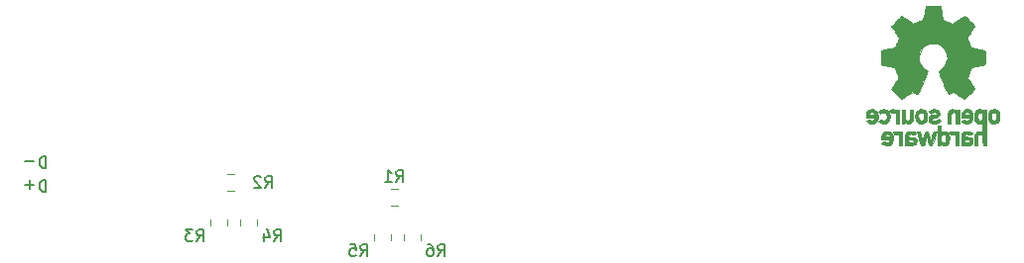
<source format=gbr>
G04 #@! TF.GenerationSoftware,KiCad,Pcbnew,(5.1.5)-3*
G04 #@! TF.CreationDate,2020-02-10T14:16:37+01:00*
G04 #@! TF.ProjectId,cmdr_mainboard,636d6472-5f6d-4616-996e-626f6172642e,rev?*
G04 #@! TF.SameCoordinates,Original*
G04 #@! TF.FileFunction,Legend,Bot*
G04 #@! TF.FilePolarity,Positive*
%FSLAX46Y46*%
G04 Gerber Fmt 4.6, Leading zero omitted, Abs format (unit mm)*
G04 Created by KiCad (PCBNEW (5.1.5)-3) date 2020-02-10 14:16:37*
%MOMM*%
%LPD*%
G04 APERTURE LIST*
%ADD10C,0.150000*%
%ADD11C,0.010000*%
%ADD12C,0.120000*%
G04 APERTURE END LIST*
D10*
X72889952Y-81081619D02*
X72889952Y-82081619D01*
X72651857Y-82081619D01*
X72509000Y-82034000D01*
X72413761Y-81938761D01*
X72366142Y-81843523D01*
X72318523Y-81653047D01*
X72318523Y-81510190D01*
X72366142Y-81319714D01*
X72413761Y-81224476D01*
X72509000Y-81129238D01*
X72651857Y-81081619D01*
X72889952Y-81081619D01*
X71889952Y-81462571D02*
X71128047Y-81462571D01*
X71509000Y-81081619D02*
X71509000Y-81843523D01*
X72889952Y-79049619D02*
X72889952Y-80049619D01*
X72651857Y-80049619D01*
X72509000Y-80002000D01*
X72413761Y-79906761D01*
X72366142Y-79811523D01*
X72318523Y-79621047D01*
X72318523Y-79478190D01*
X72366142Y-79287714D01*
X72413761Y-79192476D01*
X72509000Y-79097238D01*
X72651857Y-79049619D01*
X72889952Y-79049619D01*
X71889952Y-79430571D02*
X71128047Y-79430571D01*
D11*
G36*
X147843465Y-66769172D02*
G01*
X147730883Y-67366363D01*
X147315469Y-67537610D01*
X146900056Y-67708857D01*
X146401698Y-67369978D01*
X146262132Y-67275622D01*
X146135972Y-67191375D01*
X146029105Y-67121083D01*
X145947418Y-67068592D01*
X145896799Y-67037749D01*
X145883014Y-67031098D01*
X145858180Y-67048203D01*
X145805112Y-67095489D01*
X145729760Y-67166917D01*
X145638071Y-67256445D01*
X145535993Y-67358034D01*
X145429474Y-67465643D01*
X145324464Y-67573232D01*
X145226909Y-67674760D01*
X145142758Y-67764186D01*
X145077960Y-67835471D01*
X145038462Y-67882573D01*
X145029020Y-67898337D01*
X145042609Y-67927398D01*
X145080707Y-67991066D01*
X145139306Y-68083112D01*
X145214403Y-68197309D01*
X145301991Y-68327429D01*
X145352746Y-68401646D01*
X145445255Y-68537167D01*
X145527460Y-68659461D01*
X145595370Y-68762440D01*
X145645000Y-68840018D01*
X145672360Y-68886106D01*
X145676471Y-68895792D01*
X145667151Y-68923319D01*
X145641746Y-68987473D01*
X145604089Y-69079235D01*
X145558014Y-69189584D01*
X145507354Y-69309500D01*
X145455941Y-69429964D01*
X145407611Y-69541954D01*
X145366194Y-69636452D01*
X145335526Y-69704437D01*
X145319438Y-69736888D01*
X145318489Y-69738165D01*
X145293228Y-69744362D01*
X145225954Y-69758185D01*
X145123640Y-69778277D01*
X144993259Y-69803279D01*
X144841784Y-69831831D01*
X144753406Y-69848296D01*
X144591548Y-69879114D01*
X144445351Y-69908439D01*
X144322213Y-69934666D01*
X144229531Y-69956191D01*
X144174699Y-69971410D01*
X144163677Y-69976238D01*
X144152881Y-70008919D01*
X144144171Y-70082730D01*
X144137540Y-70189037D01*
X144132982Y-70319212D01*
X144130491Y-70464621D01*
X144130062Y-70616635D01*
X144131689Y-70766622D01*
X144135365Y-70905951D01*
X144141085Y-71025990D01*
X144148842Y-71118110D01*
X144158632Y-71173677D01*
X144164504Y-71185245D01*
X144199601Y-71199110D01*
X144273972Y-71218933D01*
X144377777Y-71242384D01*
X144501181Y-71267136D01*
X144544259Y-71275143D01*
X144751953Y-71313186D01*
X144916016Y-71343824D01*
X145041870Y-71368274D01*
X145134935Y-71387754D01*
X145200633Y-71403481D01*
X145244383Y-71416673D01*
X145271608Y-71428549D01*
X145287728Y-71440325D01*
X145289983Y-71442653D01*
X145312497Y-71480145D01*
X145346842Y-71553110D01*
X145389589Y-71652612D01*
X145437308Y-71769718D01*
X145486570Y-71895493D01*
X145533945Y-72021002D01*
X145576005Y-72137310D01*
X145609320Y-72235484D01*
X145630459Y-72306588D01*
X145635995Y-72341687D01*
X145635534Y-72342917D01*
X145616777Y-72371606D01*
X145574224Y-72434730D01*
X145512347Y-72525718D01*
X145435618Y-72638000D01*
X145348509Y-72765005D01*
X145323701Y-72801098D01*
X145235247Y-72931948D01*
X145157412Y-73051336D01*
X145094434Y-73152407D01*
X145050555Y-73228304D01*
X145030015Y-73272172D01*
X145029020Y-73277562D01*
X145046278Y-73305889D01*
X145093964Y-73362006D01*
X145165950Y-73439882D01*
X145256103Y-73533485D01*
X145358295Y-73636786D01*
X145466394Y-73743751D01*
X145574272Y-73848351D01*
X145675796Y-73944554D01*
X145764838Y-74026329D01*
X145835267Y-74087645D01*
X145880953Y-74122471D01*
X145893591Y-74128157D01*
X145923009Y-74114765D01*
X145983239Y-74078644D01*
X146064470Y-74025881D01*
X146126970Y-73983412D01*
X146240215Y-73905485D01*
X146374326Y-73813729D01*
X146508845Y-73722120D01*
X146581167Y-73673091D01*
X146825962Y-73507515D01*
X147031449Y-73618620D01*
X147125064Y-73667293D01*
X147204670Y-73705126D01*
X147258533Y-73726703D01*
X147272243Y-73729706D01*
X147288730Y-73707538D01*
X147321255Y-73644894D01*
X147367391Y-73547554D01*
X147424710Y-73421294D01*
X147490784Y-73271895D01*
X147563185Y-73105133D01*
X147639484Y-72926787D01*
X147717254Y-72742636D01*
X147794066Y-72558457D01*
X147867494Y-72380030D01*
X147935108Y-72213132D01*
X147994480Y-72063542D01*
X148043184Y-71937038D01*
X148078790Y-71839399D01*
X148098870Y-71776402D01*
X148102100Y-71754766D01*
X148076504Y-71727169D01*
X148020461Y-71682370D01*
X147945689Y-71629679D01*
X147939413Y-71625510D01*
X147746155Y-71470814D01*
X147590326Y-71290336D01*
X147473276Y-71089847D01*
X147396355Y-70875119D01*
X147360914Y-70651922D01*
X147368303Y-70426026D01*
X147419873Y-70203204D01*
X147516974Y-69989224D01*
X147545542Y-69942409D01*
X147694132Y-69753363D01*
X147869673Y-69601557D01*
X148066090Y-69487779D01*
X148277307Y-69412820D01*
X148497247Y-69377467D01*
X148719837Y-69382512D01*
X148938999Y-69428744D01*
X149148658Y-69516951D01*
X149342739Y-69647924D01*
X149402774Y-69701082D01*
X149555565Y-69867484D01*
X149666903Y-70042657D01*
X149743277Y-70239011D01*
X149785813Y-70433462D01*
X149796314Y-70652087D01*
X149761299Y-70871797D01*
X149684327Y-71085165D01*
X149568953Y-71284767D01*
X149418734Y-71463174D01*
X149237227Y-71612962D01*
X149213373Y-71628751D01*
X149137799Y-71680457D01*
X149080349Y-71725257D01*
X149052883Y-71753862D01*
X149052483Y-71754766D01*
X149058380Y-71785709D01*
X149081755Y-71855936D01*
X149120179Y-71959670D01*
X149171223Y-72091135D01*
X149232458Y-72244552D01*
X149301456Y-72414146D01*
X149375786Y-72594138D01*
X149453022Y-72778753D01*
X149530732Y-72962213D01*
X149606489Y-73138741D01*
X149677863Y-73302559D01*
X149742426Y-73447892D01*
X149797748Y-73568962D01*
X149841400Y-73659992D01*
X149870954Y-73715205D01*
X149882856Y-73729706D01*
X149919223Y-73718414D01*
X149987270Y-73688130D01*
X150075263Y-73644265D01*
X150123649Y-73618620D01*
X150329137Y-73507515D01*
X150573932Y-73673091D01*
X150698894Y-73757915D01*
X150835705Y-73851261D01*
X150963911Y-73939153D01*
X151028129Y-73983412D01*
X151118449Y-74044063D01*
X151194929Y-74092126D01*
X151247593Y-74121515D01*
X151264698Y-74127727D01*
X151289595Y-74110968D01*
X151344695Y-74064181D01*
X151424657Y-73992225D01*
X151524139Y-73899957D01*
X151637800Y-73792235D01*
X151709685Y-73723071D01*
X151835449Y-73599502D01*
X151944137Y-73488979D01*
X152031355Y-73396230D01*
X152092711Y-73325982D01*
X152123809Y-73282965D01*
X152126792Y-73274235D01*
X152112947Y-73241029D01*
X152074688Y-73173887D01*
X152016258Y-73079608D01*
X151941903Y-72964990D01*
X151855865Y-72836828D01*
X151831397Y-72801098D01*
X151742245Y-72671234D01*
X151662262Y-72554314D01*
X151595920Y-72456907D01*
X151547689Y-72385584D01*
X151522043Y-72346915D01*
X151519565Y-72342917D01*
X151523271Y-72312100D01*
X151542939Y-72244344D01*
X151575140Y-72148584D01*
X151616445Y-72033754D01*
X151663425Y-71908789D01*
X151712651Y-71782624D01*
X151760692Y-71664193D01*
X151804119Y-71562430D01*
X151839504Y-71486271D01*
X151863416Y-71444649D01*
X151865116Y-71442653D01*
X151879738Y-71430758D01*
X151904435Y-71418995D01*
X151944628Y-71406146D01*
X152005737Y-71390994D01*
X152093183Y-71372321D01*
X152212388Y-71348910D01*
X152368773Y-71319542D01*
X152567757Y-71283000D01*
X152610840Y-71275143D01*
X152738529Y-71250472D01*
X152849847Y-71226338D01*
X152934955Y-71205069D01*
X152984017Y-71188993D01*
X152990595Y-71185245D01*
X153001436Y-71152018D01*
X153010247Y-71077766D01*
X153017024Y-70971121D01*
X153021760Y-70840712D01*
X153024450Y-70695172D01*
X153025087Y-70543131D01*
X153023666Y-70393221D01*
X153020180Y-70254073D01*
X153014624Y-70134317D01*
X153006992Y-70042586D01*
X152997278Y-69987511D01*
X152991422Y-69976238D01*
X152958820Y-69964868D01*
X152884582Y-69946369D01*
X152776104Y-69922347D01*
X152640783Y-69894407D01*
X152486015Y-69864153D01*
X152401692Y-69848296D01*
X152241704Y-69818389D01*
X152099033Y-69791295D01*
X151980652Y-69768376D01*
X151893535Y-69750988D01*
X151844655Y-69740492D01*
X151836610Y-69738165D01*
X151823013Y-69711931D01*
X151794271Y-69648740D01*
X151754215Y-69557622D01*
X151706676Y-69447602D01*
X151655485Y-69327710D01*
X151604474Y-69206972D01*
X151557474Y-69094416D01*
X151518316Y-68999071D01*
X151490831Y-68929962D01*
X151478851Y-68896119D01*
X151478628Y-68894640D01*
X151492209Y-68867942D01*
X151530285Y-68806505D01*
X151588853Y-68716434D01*
X151663912Y-68603835D01*
X151751460Y-68474815D01*
X151802353Y-68400706D01*
X151895091Y-68264822D01*
X151977459Y-68141454D01*
X152045439Y-68036842D01*
X152095012Y-67957228D01*
X152122158Y-67908852D01*
X152126079Y-67898007D01*
X152109225Y-67872765D01*
X152062632Y-67818869D01*
X151992251Y-67742358D01*
X151904035Y-67649268D01*
X151803935Y-67545640D01*
X151697902Y-67437509D01*
X151591889Y-67330915D01*
X151491848Y-67231895D01*
X151403730Y-67146487D01*
X151333487Y-67080730D01*
X151287072Y-67040661D01*
X151271544Y-67031098D01*
X151246261Y-67044545D01*
X151185789Y-67082320D01*
X151096008Y-67140580D01*
X150982797Y-67215479D01*
X150852036Y-67303170D01*
X150753400Y-67369978D01*
X150255043Y-67708857D01*
X149839629Y-67537610D01*
X149424216Y-67366363D01*
X149311634Y-66769172D01*
X149199051Y-66171980D01*
X147956048Y-66171980D01*
X147843465Y-66769172D01*
G37*
X147843465Y-66769172D02*
X147730883Y-67366363D01*
X147315469Y-67537610D01*
X146900056Y-67708857D01*
X146401698Y-67369978D01*
X146262132Y-67275622D01*
X146135972Y-67191375D01*
X146029105Y-67121083D01*
X145947418Y-67068592D01*
X145896799Y-67037749D01*
X145883014Y-67031098D01*
X145858180Y-67048203D01*
X145805112Y-67095489D01*
X145729760Y-67166917D01*
X145638071Y-67256445D01*
X145535993Y-67358034D01*
X145429474Y-67465643D01*
X145324464Y-67573232D01*
X145226909Y-67674760D01*
X145142758Y-67764186D01*
X145077960Y-67835471D01*
X145038462Y-67882573D01*
X145029020Y-67898337D01*
X145042609Y-67927398D01*
X145080707Y-67991066D01*
X145139306Y-68083112D01*
X145214403Y-68197309D01*
X145301991Y-68327429D01*
X145352746Y-68401646D01*
X145445255Y-68537167D01*
X145527460Y-68659461D01*
X145595370Y-68762440D01*
X145645000Y-68840018D01*
X145672360Y-68886106D01*
X145676471Y-68895792D01*
X145667151Y-68923319D01*
X145641746Y-68987473D01*
X145604089Y-69079235D01*
X145558014Y-69189584D01*
X145507354Y-69309500D01*
X145455941Y-69429964D01*
X145407611Y-69541954D01*
X145366194Y-69636452D01*
X145335526Y-69704437D01*
X145319438Y-69736888D01*
X145318489Y-69738165D01*
X145293228Y-69744362D01*
X145225954Y-69758185D01*
X145123640Y-69778277D01*
X144993259Y-69803279D01*
X144841784Y-69831831D01*
X144753406Y-69848296D01*
X144591548Y-69879114D01*
X144445351Y-69908439D01*
X144322213Y-69934666D01*
X144229531Y-69956191D01*
X144174699Y-69971410D01*
X144163677Y-69976238D01*
X144152881Y-70008919D01*
X144144171Y-70082730D01*
X144137540Y-70189037D01*
X144132982Y-70319212D01*
X144130491Y-70464621D01*
X144130062Y-70616635D01*
X144131689Y-70766622D01*
X144135365Y-70905951D01*
X144141085Y-71025990D01*
X144148842Y-71118110D01*
X144158632Y-71173677D01*
X144164504Y-71185245D01*
X144199601Y-71199110D01*
X144273972Y-71218933D01*
X144377777Y-71242384D01*
X144501181Y-71267136D01*
X144544259Y-71275143D01*
X144751953Y-71313186D01*
X144916016Y-71343824D01*
X145041870Y-71368274D01*
X145134935Y-71387754D01*
X145200633Y-71403481D01*
X145244383Y-71416673D01*
X145271608Y-71428549D01*
X145287728Y-71440325D01*
X145289983Y-71442653D01*
X145312497Y-71480145D01*
X145346842Y-71553110D01*
X145389589Y-71652612D01*
X145437308Y-71769718D01*
X145486570Y-71895493D01*
X145533945Y-72021002D01*
X145576005Y-72137310D01*
X145609320Y-72235484D01*
X145630459Y-72306588D01*
X145635995Y-72341687D01*
X145635534Y-72342917D01*
X145616777Y-72371606D01*
X145574224Y-72434730D01*
X145512347Y-72525718D01*
X145435618Y-72638000D01*
X145348509Y-72765005D01*
X145323701Y-72801098D01*
X145235247Y-72931948D01*
X145157412Y-73051336D01*
X145094434Y-73152407D01*
X145050555Y-73228304D01*
X145030015Y-73272172D01*
X145029020Y-73277562D01*
X145046278Y-73305889D01*
X145093964Y-73362006D01*
X145165950Y-73439882D01*
X145256103Y-73533485D01*
X145358295Y-73636786D01*
X145466394Y-73743751D01*
X145574272Y-73848351D01*
X145675796Y-73944554D01*
X145764838Y-74026329D01*
X145835267Y-74087645D01*
X145880953Y-74122471D01*
X145893591Y-74128157D01*
X145923009Y-74114765D01*
X145983239Y-74078644D01*
X146064470Y-74025881D01*
X146126970Y-73983412D01*
X146240215Y-73905485D01*
X146374326Y-73813729D01*
X146508845Y-73722120D01*
X146581167Y-73673091D01*
X146825962Y-73507515D01*
X147031449Y-73618620D01*
X147125064Y-73667293D01*
X147204670Y-73705126D01*
X147258533Y-73726703D01*
X147272243Y-73729706D01*
X147288730Y-73707538D01*
X147321255Y-73644894D01*
X147367391Y-73547554D01*
X147424710Y-73421294D01*
X147490784Y-73271895D01*
X147563185Y-73105133D01*
X147639484Y-72926787D01*
X147717254Y-72742636D01*
X147794066Y-72558457D01*
X147867494Y-72380030D01*
X147935108Y-72213132D01*
X147994480Y-72063542D01*
X148043184Y-71937038D01*
X148078790Y-71839399D01*
X148098870Y-71776402D01*
X148102100Y-71754766D01*
X148076504Y-71727169D01*
X148020461Y-71682370D01*
X147945689Y-71629679D01*
X147939413Y-71625510D01*
X147746155Y-71470814D01*
X147590326Y-71290336D01*
X147473276Y-71089847D01*
X147396355Y-70875119D01*
X147360914Y-70651922D01*
X147368303Y-70426026D01*
X147419873Y-70203204D01*
X147516974Y-69989224D01*
X147545542Y-69942409D01*
X147694132Y-69753363D01*
X147869673Y-69601557D01*
X148066090Y-69487779D01*
X148277307Y-69412820D01*
X148497247Y-69377467D01*
X148719837Y-69382512D01*
X148938999Y-69428744D01*
X149148658Y-69516951D01*
X149342739Y-69647924D01*
X149402774Y-69701082D01*
X149555565Y-69867484D01*
X149666903Y-70042657D01*
X149743277Y-70239011D01*
X149785813Y-70433462D01*
X149796314Y-70652087D01*
X149761299Y-70871797D01*
X149684327Y-71085165D01*
X149568953Y-71284767D01*
X149418734Y-71463174D01*
X149237227Y-71612962D01*
X149213373Y-71628751D01*
X149137799Y-71680457D01*
X149080349Y-71725257D01*
X149052883Y-71753862D01*
X149052483Y-71754766D01*
X149058380Y-71785709D01*
X149081755Y-71855936D01*
X149120179Y-71959670D01*
X149171223Y-72091135D01*
X149232458Y-72244552D01*
X149301456Y-72414146D01*
X149375786Y-72594138D01*
X149453022Y-72778753D01*
X149530732Y-72962213D01*
X149606489Y-73138741D01*
X149677863Y-73302559D01*
X149742426Y-73447892D01*
X149797748Y-73568962D01*
X149841400Y-73659992D01*
X149870954Y-73715205D01*
X149882856Y-73729706D01*
X149919223Y-73718414D01*
X149987270Y-73688130D01*
X150075263Y-73644265D01*
X150123649Y-73618620D01*
X150329137Y-73507515D01*
X150573932Y-73673091D01*
X150698894Y-73757915D01*
X150835705Y-73851261D01*
X150963911Y-73939153D01*
X151028129Y-73983412D01*
X151118449Y-74044063D01*
X151194929Y-74092126D01*
X151247593Y-74121515D01*
X151264698Y-74127727D01*
X151289595Y-74110968D01*
X151344695Y-74064181D01*
X151424657Y-73992225D01*
X151524139Y-73899957D01*
X151637800Y-73792235D01*
X151709685Y-73723071D01*
X151835449Y-73599502D01*
X151944137Y-73488979D01*
X152031355Y-73396230D01*
X152092711Y-73325982D01*
X152123809Y-73282965D01*
X152126792Y-73274235D01*
X152112947Y-73241029D01*
X152074688Y-73173887D01*
X152016258Y-73079608D01*
X151941903Y-72964990D01*
X151855865Y-72836828D01*
X151831397Y-72801098D01*
X151742245Y-72671234D01*
X151662262Y-72554314D01*
X151595920Y-72456907D01*
X151547689Y-72385584D01*
X151522043Y-72346915D01*
X151519565Y-72342917D01*
X151523271Y-72312100D01*
X151542939Y-72244344D01*
X151575140Y-72148584D01*
X151616445Y-72033754D01*
X151663425Y-71908789D01*
X151712651Y-71782624D01*
X151760692Y-71664193D01*
X151804119Y-71562430D01*
X151839504Y-71486271D01*
X151863416Y-71444649D01*
X151865116Y-71442653D01*
X151879738Y-71430758D01*
X151904435Y-71418995D01*
X151944628Y-71406146D01*
X152005737Y-71390994D01*
X152093183Y-71372321D01*
X152212388Y-71348910D01*
X152368773Y-71319542D01*
X152567757Y-71283000D01*
X152610840Y-71275143D01*
X152738529Y-71250472D01*
X152849847Y-71226338D01*
X152934955Y-71205069D01*
X152984017Y-71188993D01*
X152990595Y-71185245D01*
X153001436Y-71152018D01*
X153010247Y-71077766D01*
X153017024Y-70971121D01*
X153021760Y-70840712D01*
X153024450Y-70695172D01*
X153025087Y-70543131D01*
X153023666Y-70393221D01*
X153020180Y-70254073D01*
X153014624Y-70134317D01*
X153006992Y-70042586D01*
X152997278Y-69987511D01*
X152991422Y-69976238D01*
X152958820Y-69964868D01*
X152884582Y-69946369D01*
X152776104Y-69922347D01*
X152640783Y-69894407D01*
X152486015Y-69864153D01*
X152401692Y-69848296D01*
X152241704Y-69818389D01*
X152099033Y-69791295D01*
X151980652Y-69768376D01*
X151893535Y-69750988D01*
X151844655Y-69740492D01*
X151836610Y-69738165D01*
X151823013Y-69711931D01*
X151794271Y-69648740D01*
X151754215Y-69557622D01*
X151706676Y-69447602D01*
X151655485Y-69327710D01*
X151604474Y-69206972D01*
X151557474Y-69094416D01*
X151518316Y-68999071D01*
X151490831Y-68929962D01*
X151478851Y-68896119D01*
X151478628Y-68894640D01*
X151492209Y-68867942D01*
X151530285Y-68806505D01*
X151588853Y-68716434D01*
X151663912Y-68603835D01*
X151751460Y-68474815D01*
X151802353Y-68400706D01*
X151895091Y-68264822D01*
X151977459Y-68141454D01*
X152045439Y-68036842D01*
X152095012Y-67957228D01*
X152122158Y-67908852D01*
X152126079Y-67898007D01*
X152109225Y-67872765D01*
X152062632Y-67818869D01*
X151992251Y-67742358D01*
X151904035Y-67649268D01*
X151803935Y-67545640D01*
X151697902Y-67437509D01*
X151591889Y-67330915D01*
X151491848Y-67231895D01*
X151403730Y-67146487D01*
X151333487Y-67080730D01*
X151287072Y-67040661D01*
X151271544Y-67031098D01*
X151246261Y-67044545D01*
X151185789Y-67082320D01*
X151096008Y-67140580D01*
X150982797Y-67215479D01*
X150852036Y-67303170D01*
X150753400Y-67369978D01*
X150255043Y-67708857D01*
X149839629Y-67537610D01*
X149424216Y-67366363D01*
X149311634Y-66769172D01*
X149199051Y-66171980D01*
X147956048Y-66171980D01*
X147843465Y-66769172D01*
G36*
X145026363Y-75023472D02*
G01*
X144940710Y-75049641D01*
X144885563Y-75082707D01*
X144867599Y-75108855D01*
X144872543Y-75139852D01*
X144904628Y-75188547D01*
X144931757Y-75223035D01*
X144987683Y-75285383D01*
X145029701Y-75311615D01*
X145065520Y-75309903D01*
X145171776Y-75282863D01*
X145249811Y-75284091D01*
X145313180Y-75314735D01*
X145334454Y-75332670D01*
X145402549Y-75395779D01*
X145402549Y-76219922D01*
X145676471Y-76219922D01*
X145676471Y-75024628D01*
X145539510Y-75024628D01*
X145457281Y-75027879D01*
X145414856Y-75039426D01*
X145402555Y-75061952D01*
X145402549Y-75062620D01*
X145396740Y-75086215D01*
X145370469Y-75083138D01*
X145334069Y-75066115D01*
X145258889Y-75034439D01*
X145197842Y-75015381D01*
X145119292Y-75010496D01*
X145026363Y-75023472D01*
G37*
X145026363Y-75023472D02*
X144940710Y-75049641D01*
X144885563Y-75082707D01*
X144867599Y-75108855D01*
X144872543Y-75139852D01*
X144904628Y-75188547D01*
X144931757Y-75223035D01*
X144987683Y-75285383D01*
X145029701Y-75311615D01*
X145065520Y-75309903D01*
X145171776Y-75282863D01*
X145249811Y-75284091D01*
X145313180Y-75314735D01*
X145334454Y-75332670D01*
X145402549Y-75395779D01*
X145402549Y-76219922D01*
X145676471Y-76219922D01*
X145676471Y-75024628D01*
X145539510Y-75024628D01*
X145457281Y-75027879D01*
X145414856Y-75039426D01*
X145402555Y-75061952D01*
X145402549Y-75062620D01*
X145396740Y-75086215D01*
X145370469Y-75083138D01*
X145334069Y-75066115D01*
X145258889Y-75034439D01*
X145197842Y-75015381D01*
X145119292Y-75010496D01*
X145026363Y-75023472D01*
G36*
X150083240Y-75045199D02*
G01*
X150021264Y-75074802D01*
X149961241Y-75117561D01*
X149915514Y-75166775D01*
X149882207Y-75229544D01*
X149859445Y-75312971D01*
X149845353Y-75424159D01*
X149838058Y-75570209D01*
X149835682Y-75758223D01*
X149835645Y-75777912D01*
X149835098Y-76219922D01*
X150109020Y-76219922D01*
X150109020Y-75812435D01*
X150109215Y-75661471D01*
X150110564Y-75552056D01*
X150114212Y-75475933D01*
X150121304Y-75424848D01*
X150132987Y-75390545D01*
X150150406Y-75364768D01*
X150174671Y-75339298D01*
X150259565Y-75284571D01*
X150352239Y-75274416D01*
X150440527Y-75309017D01*
X150471230Y-75334770D01*
X150493771Y-75358982D01*
X150509954Y-75384912D01*
X150520832Y-75420708D01*
X150527458Y-75474519D01*
X150530885Y-75554493D01*
X150532166Y-75668779D01*
X150532353Y-75807907D01*
X150532353Y-76219922D01*
X150806275Y-76219922D01*
X150806275Y-75024628D01*
X150669314Y-75024628D01*
X150587084Y-75027879D01*
X150544660Y-75039426D01*
X150532359Y-75061952D01*
X150532353Y-75062620D01*
X150526646Y-75084681D01*
X150501473Y-75082177D01*
X150451422Y-75057937D01*
X150337906Y-75022271D01*
X150208055Y-75018305D01*
X150083240Y-75045199D01*
G37*
X150083240Y-75045199D02*
X150021264Y-75074802D01*
X149961241Y-75117561D01*
X149915514Y-75166775D01*
X149882207Y-75229544D01*
X149859445Y-75312971D01*
X149845353Y-75424159D01*
X149838058Y-75570209D01*
X149835682Y-75758223D01*
X149835645Y-75777912D01*
X149835098Y-76219922D01*
X150109020Y-76219922D01*
X150109020Y-75812435D01*
X150109215Y-75661471D01*
X150110564Y-75552056D01*
X150114212Y-75475933D01*
X150121304Y-75424848D01*
X150132987Y-75390545D01*
X150150406Y-75364768D01*
X150174671Y-75339298D01*
X150259565Y-75284571D01*
X150352239Y-75274416D01*
X150440527Y-75309017D01*
X150471230Y-75334770D01*
X150493771Y-75358982D01*
X150509954Y-75384912D01*
X150520832Y-75420708D01*
X150527458Y-75474519D01*
X150530885Y-75554493D01*
X150532166Y-75668779D01*
X150532353Y-75807907D01*
X150532353Y-76219922D01*
X150806275Y-76219922D01*
X150806275Y-75024628D01*
X150669314Y-75024628D01*
X150587084Y-75027879D01*
X150544660Y-75039426D01*
X150532359Y-75061952D01*
X150532353Y-75062620D01*
X150526646Y-75084681D01*
X150501473Y-75082177D01*
X150451422Y-75057937D01*
X150337906Y-75022271D01*
X150208055Y-75018305D01*
X150083240Y-75045199D01*
G36*
X143286713Y-75020355D02*
G01*
X143222949Y-75035845D01*
X143100700Y-75092569D01*
X142996166Y-75179202D01*
X142923820Y-75283074D01*
X142913881Y-75306396D01*
X142900246Y-75367484D01*
X142890702Y-75457853D01*
X142887451Y-75549190D01*
X142887451Y-75721882D01*
X143248530Y-75721882D01*
X143397454Y-75722445D01*
X143502368Y-75725864D01*
X143569063Y-75734731D01*
X143603334Y-75751641D01*
X143610972Y-75779189D01*
X143597771Y-75819968D01*
X143574123Y-75867683D01*
X143508157Y-75947314D01*
X143416488Y-75986987D01*
X143304445Y-75985695D01*
X143177528Y-75942514D01*
X143067842Y-75889224D01*
X142976827Y-75961191D01*
X142885812Y-76033157D01*
X142971437Y-76112269D01*
X143085750Y-76187017D01*
X143226334Y-76232084D01*
X143377551Y-76244696D01*
X143523764Y-76222079D01*
X143547353Y-76214405D01*
X143675859Y-76147296D01*
X143771449Y-76047247D01*
X143836139Y-75911271D01*
X143871943Y-75736380D01*
X143872360Y-75732632D01*
X143875566Y-75542032D01*
X143862607Y-75474035D01*
X143609608Y-75474035D01*
X143586373Y-75484491D01*
X143523290Y-75492500D01*
X143430294Y-75497073D01*
X143371362Y-75497765D01*
X143261463Y-75497332D01*
X143192748Y-75494578D01*
X143156595Y-75487321D01*
X143144385Y-75473376D01*
X143147496Y-75450562D01*
X143150106Y-75441735D01*
X143194656Y-75358800D01*
X143264721Y-75291960D01*
X143326554Y-75262589D01*
X143408699Y-75264362D01*
X143491938Y-75300990D01*
X143561762Y-75361634D01*
X143603663Y-75435456D01*
X143609608Y-75474035D01*
X143862607Y-75474035D01*
X143843615Y-75374395D01*
X143780227Y-75233711D01*
X143689122Y-75123974D01*
X143574022Y-75049174D01*
X143438645Y-75013304D01*
X143286713Y-75020355D01*
G37*
X143286713Y-75020355D02*
X143222949Y-75035845D01*
X143100700Y-75092569D01*
X142996166Y-75179202D01*
X142923820Y-75283074D01*
X142913881Y-75306396D01*
X142900246Y-75367484D01*
X142890702Y-75457853D01*
X142887451Y-75549190D01*
X142887451Y-75721882D01*
X143248530Y-75721882D01*
X143397454Y-75722445D01*
X143502368Y-75725864D01*
X143569063Y-75734731D01*
X143603334Y-75751641D01*
X143610972Y-75779189D01*
X143597771Y-75819968D01*
X143574123Y-75867683D01*
X143508157Y-75947314D01*
X143416488Y-75986987D01*
X143304445Y-75985695D01*
X143177528Y-75942514D01*
X143067842Y-75889224D01*
X142976827Y-75961191D01*
X142885812Y-76033157D01*
X142971437Y-76112269D01*
X143085750Y-76187017D01*
X143226334Y-76232084D01*
X143377551Y-76244696D01*
X143523764Y-76222079D01*
X143547353Y-76214405D01*
X143675859Y-76147296D01*
X143771449Y-76047247D01*
X143836139Y-75911271D01*
X143871943Y-75736380D01*
X143872360Y-75732632D01*
X143875566Y-75542032D01*
X143862607Y-75474035D01*
X143609608Y-75474035D01*
X143586373Y-75484491D01*
X143523290Y-75492500D01*
X143430294Y-75497073D01*
X143371362Y-75497765D01*
X143261463Y-75497332D01*
X143192748Y-75494578D01*
X143156595Y-75487321D01*
X143144385Y-75473376D01*
X143147496Y-75450562D01*
X143150106Y-75441735D01*
X143194656Y-75358800D01*
X143264721Y-75291960D01*
X143326554Y-75262589D01*
X143408699Y-75264362D01*
X143491938Y-75300990D01*
X143561762Y-75361634D01*
X143603663Y-75435456D01*
X143609608Y-75474035D01*
X143862607Y-75474035D01*
X143843615Y-75374395D01*
X143780227Y-75233711D01*
X143689122Y-75123974D01*
X143574022Y-75049174D01*
X143438645Y-75013304D01*
X143286713Y-75020355D01*
G36*
X144199024Y-75035056D02*
G01*
X144054744Y-75096348D01*
X144009301Y-75126185D01*
X143951221Y-75172036D01*
X143914762Y-75208089D01*
X143908432Y-75219832D01*
X143926307Y-75245889D01*
X143972050Y-75290105D01*
X144008672Y-75320965D01*
X144108912Y-75401520D01*
X144188065Y-75334918D01*
X144249231Y-75291921D01*
X144308871Y-75277079D01*
X144377128Y-75280704D01*
X144485518Y-75307652D01*
X144560128Y-75363587D01*
X144605470Y-75454014D01*
X144626053Y-75584435D01*
X144626058Y-75584517D01*
X144624278Y-75730290D01*
X144596613Y-75837245D01*
X144541429Y-75910064D01*
X144503808Y-75934723D01*
X144403895Y-75965431D01*
X144297178Y-75965449D01*
X144204331Y-75935655D01*
X144182353Y-75921098D01*
X144127235Y-75883914D01*
X144084141Y-75877820D01*
X144037665Y-75905496D01*
X143986284Y-75955205D01*
X143904954Y-76039116D01*
X143995251Y-76113546D01*
X144134764Y-76197549D01*
X144292088Y-76238947D01*
X144456497Y-76235950D01*
X144564469Y-76208500D01*
X144690669Y-76140620D01*
X144791599Y-76033831D01*
X144837452Y-75958451D01*
X144874590Y-75850297D01*
X144893173Y-75713318D01*
X144893316Y-75564864D01*
X144875135Y-75422281D01*
X144838745Y-75302918D01*
X144833013Y-75290680D01*
X144748135Y-75170655D01*
X144633218Y-75083267D01*
X144497341Y-75030329D01*
X144349583Y-75013654D01*
X144199024Y-75035056D01*
G37*
X144199024Y-75035056D02*
X144054744Y-75096348D01*
X144009301Y-75126185D01*
X143951221Y-75172036D01*
X143914762Y-75208089D01*
X143908432Y-75219832D01*
X143926307Y-75245889D01*
X143972050Y-75290105D01*
X144008672Y-75320965D01*
X144108912Y-75401520D01*
X144188065Y-75334918D01*
X144249231Y-75291921D01*
X144308871Y-75277079D01*
X144377128Y-75280704D01*
X144485518Y-75307652D01*
X144560128Y-75363587D01*
X144605470Y-75454014D01*
X144626053Y-75584435D01*
X144626058Y-75584517D01*
X144624278Y-75730290D01*
X144596613Y-75837245D01*
X144541429Y-75910064D01*
X144503808Y-75934723D01*
X144403895Y-75965431D01*
X144297178Y-75965449D01*
X144204331Y-75935655D01*
X144182353Y-75921098D01*
X144127235Y-75883914D01*
X144084141Y-75877820D01*
X144037665Y-75905496D01*
X143986284Y-75955205D01*
X143904954Y-76039116D01*
X143995251Y-76113546D01*
X144134764Y-76197549D01*
X144292088Y-76238947D01*
X144456497Y-76235950D01*
X144564469Y-76208500D01*
X144690669Y-76140620D01*
X144791599Y-76033831D01*
X144837452Y-75958451D01*
X144874590Y-75850297D01*
X144893173Y-75713318D01*
X144893316Y-75564864D01*
X144875135Y-75422281D01*
X144838745Y-75302918D01*
X144833013Y-75290680D01*
X144748135Y-75170655D01*
X144633218Y-75083267D01*
X144497341Y-75030329D01*
X144349583Y-75013654D01*
X144199024Y-75035056D01*
G36*
X146622746Y-75412245D02*
G01*
X146620392Y-75594879D01*
X146611793Y-75733600D01*
X146594640Y-75834147D01*
X146566626Y-75902254D01*
X146525443Y-75943659D01*
X146468783Y-75964097D01*
X146398628Y-75969318D01*
X146325152Y-75963468D01*
X146269343Y-75942093D01*
X146228891Y-75899458D01*
X146201491Y-75829825D01*
X146184833Y-75727460D01*
X146176611Y-75586624D01*
X146174510Y-75412245D01*
X146174510Y-75024628D01*
X145900589Y-75024628D01*
X145900589Y-76219922D01*
X146037549Y-76219922D01*
X146120116Y-76216576D01*
X146162632Y-76204826D01*
X146174510Y-76182520D01*
X146181664Y-76162654D01*
X146210135Y-76166857D01*
X146267524Y-76194971D01*
X146399055Y-76238342D01*
X146538562Y-76235270D01*
X146672235Y-76188174D01*
X146735892Y-76150971D01*
X146784447Y-76110691D01*
X146819919Y-76060291D01*
X146844326Y-75992729D01*
X146859687Y-75900965D01*
X146868018Y-75777955D01*
X146871338Y-75616659D01*
X146871765Y-75491928D01*
X146871765Y-75024628D01*
X146622746Y-75024628D01*
X146622746Y-75412245D01*
G37*
X146622746Y-75412245D02*
X146620392Y-75594879D01*
X146611793Y-75733600D01*
X146594640Y-75834147D01*
X146566626Y-75902254D01*
X146525443Y-75943659D01*
X146468783Y-75964097D01*
X146398628Y-75969318D01*
X146325152Y-75963468D01*
X146269343Y-75942093D01*
X146228891Y-75899458D01*
X146201491Y-75829825D01*
X146184833Y-75727460D01*
X146176611Y-75586624D01*
X146174510Y-75412245D01*
X146174510Y-75024628D01*
X145900589Y-75024628D01*
X145900589Y-76219922D01*
X146037549Y-76219922D01*
X146120116Y-76216576D01*
X146162632Y-76204826D01*
X146174510Y-76182520D01*
X146181664Y-76162654D01*
X146210135Y-76166857D01*
X146267524Y-76194971D01*
X146399055Y-76238342D01*
X146538562Y-76235270D01*
X146672235Y-76188174D01*
X146735892Y-76150971D01*
X146784447Y-76110691D01*
X146819919Y-76060291D01*
X146844326Y-75992729D01*
X146859687Y-75900965D01*
X146868018Y-75777955D01*
X146871338Y-75616659D01*
X146871765Y-75491928D01*
X146871765Y-75024628D01*
X146622746Y-75024628D01*
X146622746Y-75412245D01*
G36*
X147380453Y-75039364D02*
G01*
X147254498Y-75107959D01*
X147155953Y-75216245D01*
X147109522Y-75304315D01*
X147089588Y-75382101D01*
X147076672Y-75492993D01*
X147071137Y-75620738D01*
X147073346Y-75749084D01*
X147083663Y-75861779D01*
X147095714Y-75921969D01*
X147136366Y-76004311D01*
X147206770Y-76091770D01*
X147291618Y-76168251D01*
X147375603Y-76217655D01*
X147377651Y-76218439D01*
X147481866Y-76240027D01*
X147605373Y-76240562D01*
X147722739Y-76220908D01*
X147768058Y-76205155D01*
X147884780Y-76138966D01*
X147968376Y-76052246D01*
X148023299Y-75937438D01*
X148054005Y-75786982D01*
X148060953Y-75708173D01*
X148060067Y-75609145D01*
X147793138Y-75609145D01*
X147784146Y-75753645D01*
X147758264Y-75863760D01*
X147717132Y-75934116D01*
X147687828Y-75954235D01*
X147612749Y-75968265D01*
X147523506Y-75964111D01*
X147446350Y-75943922D01*
X147426117Y-75932815D01*
X147372735Y-75868123D01*
X147337500Y-75769119D01*
X147322502Y-75648632D01*
X147329828Y-75519494D01*
X147346201Y-75441775D01*
X147393210Y-75351771D01*
X147467418Y-75295509D01*
X147556791Y-75276057D01*
X147649293Y-75296481D01*
X147720347Y-75346437D01*
X147757688Y-75387655D01*
X147779482Y-75428281D01*
X147789870Y-75483264D01*
X147792994Y-75567549D01*
X147793138Y-75609145D01*
X148060067Y-75609145D01*
X148059070Y-75497874D01*
X148024820Y-75325423D01*
X147958198Y-75190814D01*
X147859201Y-75094040D01*
X147727825Y-75035094D01*
X147699615Y-75028259D01*
X147530074Y-75012213D01*
X147380453Y-75039364D01*
G37*
X147380453Y-75039364D02*
X147254498Y-75107959D01*
X147155953Y-75216245D01*
X147109522Y-75304315D01*
X147089588Y-75382101D01*
X147076672Y-75492993D01*
X147071137Y-75620738D01*
X147073346Y-75749084D01*
X147083663Y-75861779D01*
X147095714Y-75921969D01*
X147136366Y-76004311D01*
X147206770Y-76091770D01*
X147291618Y-76168251D01*
X147375603Y-76217655D01*
X147377651Y-76218439D01*
X147481866Y-76240027D01*
X147605373Y-76240562D01*
X147722739Y-76220908D01*
X147768058Y-76205155D01*
X147884780Y-76138966D01*
X147968376Y-76052246D01*
X148023299Y-75937438D01*
X148054005Y-75786982D01*
X148060953Y-75708173D01*
X148060067Y-75609145D01*
X147793138Y-75609145D01*
X147784146Y-75753645D01*
X147758264Y-75863760D01*
X147717132Y-75934116D01*
X147687828Y-75954235D01*
X147612749Y-75968265D01*
X147523506Y-75964111D01*
X147446350Y-75943922D01*
X147426117Y-75932815D01*
X147372735Y-75868123D01*
X147337500Y-75769119D01*
X147322502Y-75648632D01*
X147329828Y-75519494D01*
X147346201Y-75441775D01*
X147393210Y-75351771D01*
X147467418Y-75295509D01*
X147556791Y-75276057D01*
X147649293Y-75296481D01*
X147720347Y-75346437D01*
X147757688Y-75387655D01*
X147779482Y-75428281D01*
X147789870Y-75483264D01*
X147792994Y-75567549D01*
X147793138Y-75609145D01*
X148060067Y-75609145D01*
X148059070Y-75497874D01*
X148024820Y-75325423D01*
X147958198Y-75190814D01*
X147859201Y-75094040D01*
X147727825Y-75035094D01*
X147699615Y-75028259D01*
X147530074Y-75012213D01*
X147380453Y-75039364D01*
G36*
X148562241Y-75020345D02*
G01*
X148467941Y-75038229D01*
X148370110Y-75075633D01*
X148359657Y-75080402D01*
X148285469Y-75119412D01*
X148234090Y-75155664D01*
X148217483Y-75178887D01*
X148233298Y-75216761D01*
X148271712Y-75272644D01*
X148288763Y-75293505D01*
X148359031Y-75375618D01*
X148449621Y-75322168D01*
X148535836Y-75286561D01*
X148635451Y-75267529D01*
X148730981Y-75266326D01*
X148804939Y-75284210D01*
X148822688Y-75295373D01*
X148856488Y-75346553D01*
X148860596Y-75405509D01*
X148835304Y-75451567D01*
X148820344Y-75460499D01*
X148775514Y-75471592D01*
X148696714Y-75484630D01*
X148599574Y-75497088D01*
X148581654Y-75499042D01*
X148425635Y-75526030D01*
X148312477Y-75571873D01*
X148237431Y-75640803D01*
X148195747Y-75737054D01*
X148182762Y-75854617D01*
X148200701Y-75988254D01*
X148258950Y-76093195D01*
X148357745Y-76169630D01*
X148497318Y-76217748D01*
X148652255Y-76236732D01*
X148778602Y-76236504D01*
X148881087Y-76219262D01*
X148951079Y-76195457D01*
X149039517Y-76153978D01*
X149121246Y-76105842D01*
X149150295Y-76084655D01*
X149225000Y-76023676D01*
X149134902Y-75932508D01*
X149044804Y-75841339D01*
X148942368Y-75909128D01*
X148839626Y-75960042D01*
X148729913Y-75986673D01*
X148624449Y-75989483D01*
X148534454Y-75968935D01*
X148471146Y-75925493D01*
X148450704Y-75888838D01*
X148453771Y-75830053D01*
X148504566Y-75785099D01*
X148602952Y-75754057D01*
X148710744Y-75739710D01*
X148876635Y-75712337D01*
X148999876Y-75660693D01*
X149082114Y-75583266D01*
X149124999Y-75478544D01*
X149130940Y-75354387D01*
X149101594Y-75224702D01*
X149034691Y-75126677D01*
X148929629Y-75059866D01*
X148785810Y-75023820D01*
X148679262Y-75016754D01*
X148562241Y-75020345D01*
G37*
X148562241Y-75020345D02*
X148467941Y-75038229D01*
X148370110Y-75075633D01*
X148359657Y-75080402D01*
X148285469Y-75119412D01*
X148234090Y-75155664D01*
X148217483Y-75178887D01*
X148233298Y-75216761D01*
X148271712Y-75272644D01*
X148288763Y-75293505D01*
X148359031Y-75375618D01*
X148449621Y-75322168D01*
X148535836Y-75286561D01*
X148635451Y-75267529D01*
X148730981Y-75266326D01*
X148804939Y-75284210D01*
X148822688Y-75295373D01*
X148856488Y-75346553D01*
X148860596Y-75405509D01*
X148835304Y-75451567D01*
X148820344Y-75460499D01*
X148775514Y-75471592D01*
X148696714Y-75484630D01*
X148599574Y-75497088D01*
X148581654Y-75499042D01*
X148425635Y-75526030D01*
X148312477Y-75571873D01*
X148237431Y-75640803D01*
X148195747Y-75737054D01*
X148182762Y-75854617D01*
X148200701Y-75988254D01*
X148258950Y-76093195D01*
X148357745Y-76169630D01*
X148497318Y-76217748D01*
X148652255Y-76236732D01*
X148778602Y-76236504D01*
X148881087Y-76219262D01*
X148951079Y-76195457D01*
X149039517Y-76153978D01*
X149121246Y-76105842D01*
X149150295Y-76084655D01*
X149225000Y-76023676D01*
X149134902Y-75932508D01*
X149044804Y-75841339D01*
X148942368Y-75909128D01*
X148839626Y-75960042D01*
X148729913Y-75986673D01*
X148624449Y-75989483D01*
X148534454Y-75968935D01*
X148471146Y-75925493D01*
X148450704Y-75888838D01*
X148453771Y-75830053D01*
X148504566Y-75785099D01*
X148602952Y-75754057D01*
X148710744Y-75739710D01*
X148876635Y-75712337D01*
X148999876Y-75660693D01*
X149082114Y-75583266D01*
X149124999Y-75478544D01*
X149130940Y-75354387D01*
X149101594Y-75224702D01*
X149034691Y-75126677D01*
X148929629Y-75059866D01*
X148785810Y-75023820D01*
X148679262Y-75016754D01*
X148562241Y-75020345D01*
G36*
X151276796Y-75052354D02*
G01*
X151251981Y-75064037D01*
X151166094Y-75126951D01*
X151084879Y-75218769D01*
X151024236Y-75319868D01*
X151006988Y-75366349D01*
X150991251Y-75449376D01*
X150981867Y-75549713D01*
X150980728Y-75591147D01*
X150980589Y-75721882D01*
X151733047Y-75721882D01*
X151717007Y-75790363D01*
X151677637Y-75871355D01*
X151608806Y-75941351D01*
X151526919Y-75986441D01*
X151474737Y-75995804D01*
X151403971Y-75984441D01*
X151319540Y-75955943D01*
X151290858Y-75942831D01*
X151184791Y-75889858D01*
X151094272Y-75958901D01*
X151042039Y-76005597D01*
X151014247Y-76044140D01*
X151012840Y-76055452D01*
X151037668Y-76082868D01*
X151092083Y-76124532D01*
X151141472Y-76157037D01*
X151274748Y-76215468D01*
X151424161Y-76241915D01*
X151572249Y-76235039D01*
X151690295Y-76199096D01*
X151811982Y-76122101D01*
X151898460Y-76020728D01*
X151952559Y-75889570D01*
X151977109Y-75723224D01*
X151979286Y-75647108D01*
X151970573Y-75472685D01*
X151969503Y-75467611D01*
X151720173Y-75467611D01*
X151713306Y-75483968D01*
X151685083Y-75492988D01*
X151626873Y-75496854D01*
X151530042Y-75497749D01*
X151492757Y-75497765D01*
X151379317Y-75496413D01*
X151307378Y-75491505D01*
X151268687Y-75481760D01*
X151254995Y-75465899D01*
X151254510Y-75460805D01*
X151270137Y-75420326D01*
X151309247Y-75363621D01*
X151326061Y-75343766D01*
X151388481Y-75287611D01*
X151453547Y-75265532D01*
X151488603Y-75263686D01*
X151583442Y-75286766D01*
X151662973Y-75348759D01*
X151713423Y-75438802D01*
X151714317Y-75441735D01*
X151720173Y-75467611D01*
X151969503Y-75467611D01*
X151941601Y-75335343D01*
X151889410Y-75225461D01*
X151825579Y-75147461D01*
X151707567Y-75062882D01*
X151568842Y-75017686D01*
X151421290Y-75013600D01*
X151276796Y-75052354D01*
G37*
X151276796Y-75052354D02*
X151251981Y-75064037D01*
X151166094Y-75126951D01*
X151084879Y-75218769D01*
X151024236Y-75319868D01*
X151006988Y-75366349D01*
X150991251Y-75449376D01*
X150981867Y-75549713D01*
X150980728Y-75591147D01*
X150980589Y-75721882D01*
X151733047Y-75721882D01*
X151717007Y-75790363D01*
X151677637Y-75871355D01*
X151608806Y-75941351D01*
X151526919Y-75986441D01*
X151474737Y-75995804D01*
X151403971Y-75984441D01*
X151319540Y-75955943D01*
X151290858Y-75942831D01*
X151184791Y-75889858D01*
X151094272Y-75958901D01*
X151042039Y-76005597D01*
X151014247Y-76044140D01*
X151012840Y-76055452D01*
X151037668Y-76082868D01*
X151092083Y-76124532D01*
X151141472Y-76157037D01*
X151274748Y-76215468D01*
X151424161Y-76241915D01*
X151572249Y-76235039D01*
X151690295Y-76199096D01*
X151811982Y-76122101D01*
X151898460Y-76020728D01*
X151952559Y-75889570D01*
X151977109Y-75723224D01*
X151979286Y-75647108D01*
X151970573Y-75472685D01*
X151969503Y-75467611D01*
X151720173Y-75467611D01*
X151713306Y-75483968D01*
X151685083Y-75492988D01*
X151626873Y-75496854D01*
X151530042Y-75497749D01*
X151492757Y-75497765D01*
X151379317Y-75496413D01*
X151307378Y-75491505D01*
X151268687Y-75481760D01*
X151254995Y-75465899D01*
X151254510Y-75460805D01*
X151270137Y-75420326D01*
X151309247Y-75363621D01*
X151326061Y-75343766D01*
X151388481Y-75287611D01*
X151453547Y-75265532D01*
X151488603Y-75263686D01*
X151583442Y-75286766D01*
X151662973Y-75348759D01*
X151713423Y-75438802D01*
X151714317Y-75441735D01*
X151720173Y-75467611D01*
X151969503Y-75467611D01*
X151941601Y-75335343D01*
X151889410Y-75225461D01*
X151825579Y-75147461D01*
X151707567Y-75062882D01*
X151568842Y-75017686D01*
X151421290Y-75013600D01*
X151276796Y-75052354D01*
G36*
X153616753Y-75037568D02*
G01*
X153486478Y-75095163D01*
X153387581Y-75191334D01*
X153319918Y-75326229D01*
X153283345Y-75499996D01*
X153280724Y-75527126D01*
X153278670Y-75718408D01*
X153305301Y-75886073D01*
X153358999Y-76021967D01*
X153387753Y-76065681D01*
X153487909Y-76158198D01*
X153615463Y-76218119D01*
X153758163Y-76242985D01*
X153903760Y-76230339D01*
X154014438Y-76191391D01*
X154109616Y-76125755D01*
X154187406Y-76039699D01*
X154188751Y-76037685D01*
X154220343Y-75984570D01*
X154240873Y-75931160D01*
X154253305Y-75863754D01*
X154260603Y-75768653D01*
X154263818Y-75690666D01*
X154265156Y-75619944D01*
X154016186Y-75619944D01*
X154013753Y-75690348D01*
X154004920Y-75784068D01*
X153989336Y-75844214D01*
X153961234Y-75887006D01*
X153934914Y-75912002D01*
X153841608Y-75964338D01*
X153743980Y-75971333D01*
X153653058Y-75933676D01*
X153607598Y-75891479D01*
X153574838Y-75848956D01*
X153555677Y-75808267D01*
X153547267Y-75755314D01*
X153546763Y-75675997D01*
X153549355Y-75602950D01*
X153554929Y-75498601D01*
X153563766Y-75430920D01*
X153579693Y-75386774D01*
X153606538Y-75353031D01*
X153627811Y-75333746D01*
X153716794Y-75283086D01*
X153812789Y-75280560D01*
X153893281Y-75310567D01*
X153961947Y-75373231D01*
X154002856Y-75476168D01*
X154016186Y-75619944D01*
X154265156Y-75619944D01*
X154266754Y-75535582D01*
X154261740Y-75419600D01*
X154246717Y-75332367D01*
X154219624Y-75263530D01*
X154178400Y-75202737D01*
X154163115Y-75184686D01*
X154067546Y-75094746D01*
X153965039Y-75042211D01*
X153839679Y-75020201D01*
X153778550Y-75018402D01*
X153616753Y-75037568D01*
G37*
X153616753Y-75037568D02*
X153486478Y-75095163D01*
X153387581Y-75191334D01*
X153319918Y-75326229D01*
X153283345Y-75499996D01*
X153280724Y-75527126D01*
X153278670Y-75718408D01*
X153305301Y-75886073D01*
X153358999Y-76021967D01*
X153387753Y-76065681D01*
X153487909Y-76158198D01*
X153615463Y-76218119D01*
X153758163Y-76242985D01*
X153903760Y-76230339D01*
X154014438Y-76191391D01*
X154109616Y-76125755D01*
X154187406Y-76039699D01*
X154188751Y-76037685D01*
X154220343Y-75984570D01*
X154240873Y-75931160D01*
X154253305Y-75863754D01*
X154260603Y-75768653D01*
X154263818Y-75690666D01*
X154265156Y-75619944D01*
X154016186Y-75619944D01*
X154013753Y-75690348D01*
X154004920Y-75784068D01*
X153989336Y-75844214D01*
X153961234Y-75887006D01*
X153934914Y-75912002D01*
X153841608Y-75964338D01*
X153743980Y-75971333D01*
X153653058Y-75933676D01*
X153607598Y-75891479D01*
X153574838Y-75848956D01*
X153555677Y-75808267D01*
X153547267Y-75755314D01*
X153546763Y-75675997D01*
X153549355Y-75602950D01*
X153554929Y-75498601D01*
X153563766Y-75430920D01*
X153579693Y-75386774D01*
X153606538Y-75353031D01*
X153627811Y-75333746D01*
X153716794Y-75283086D01*
X153812789Y-75280560D01*
X153893281Y-75310567D01*
X153961947Y-75373231D01*
X154002856Y-75476168D01*
X154016186Y-75619944D01*
X154265156Y-75619944D01*
X154266754Y-75535582D01*
X154261740Y-75419600D01*
X154246717Y-75332367D01*
X154219624Y-75263530D01*
X154178400Y-75202737D01*
X154163115Y-75184686D01*
X154067546Y-75094746D01*
X153965039Y-75042211D01*
X153839679Y-75020201D01*
X153778550Y-75018402D01*
X153616753Y-75037568D01*
G36*
X144564693Y-76898784D02*
G01*
X144445663Y-76929731D01*
X144345979Y-76993600D01*
X144297712Y-77041313D01*
X144218592Y-77154106D01*
X144173248Y-77284950D01*
X144157670Y-77445792D01*
X144157590Y-77458794D01*
X144157451Y-77589530D01*
X144909909Y-77589530D01*
X144893870Y-77658010D01*
X144864909Y-77720031D01*
X144814222Y-77784654D01*
X144803621Y-77794971D01*
X144712506Y-77850805D01*
X144608600Y-77860275D01*
X144489000Y-77823540D01*
X144468726Y-77813647D01*
X144406544Y-77783574D01*
X144364894Y-77766440D01*
X144357627Y-77764855D01*
X144332260Y-77780242D01*
X144283880Y-77817887D01*
X144259321Y-77838459D01*
X144208430Y-77885714D01*
X144191719Y-77916917D01*
X144203317Y-77945620D01*
X144209517Y-77953468D01*
X144251507Y-77987819D01*
X144320794Y-78029565D01*
X144369118Y-78053935D01*
X144506289Y-78096873D01*
X144658153Y-78110786D01*
X144801976Y-78094300D01*
X144842255Y-78082496D01*
X144966922Y-78015689D01*
X145059329Y-77912892D01*
X145120010Y-77773105D01*
X145149502Y-77595330D01*
X145152740Y-77502373D01*
X145143286Y-77367033D01*
X144904510Y-77367033D01*
X144881416Y-77377038D01*
X144819338Y-77384888D01*
X144729086Y-77389521D01*
X144667942Y-77390314D01*
X144557960Y-77389549D01*
X144488543Y-77385970D01*
X144450462Y-77377649D01*
X144434485Y-77362657D01*
X144431373Y-77340903D01*
X144452722Y-77273892D01*
X144506471Y-77207664D01*
X144577178Y-77156832D01*
X144647911Y-77136038D01*
X144743984Y-77154484D01*
X144827151Y-77207811D01*
X144884814Y-77284677D01*
X144904510Y-77367033D01*
X145143286Y-77367033D01*
X145138972Y-77305291D01*
X145096480Y-77148271D01*
X145024365Y-77030069D01*
X144921727Y-76949440D01*
X144787668Y-76905139D01*
X144715043Y-76896607D01*
X144564693Y-76898784D01*
G37*
X144564693Y-76898784D02*
X144445663Y-76929731D01*
X144345979Y-76993600D01*
X144297712Y-77041313D01*
X144218592Y-77154106D01*
X144173248Y-77284950D01*
X144157670Y-77445792D01*
X144157590Y-77458794D01*
X144157451Y-77589530D01*
X144909909Y-77589530D01*
X144893870Y-77658010D01*
X144864909Y-77720031D01*
X144814222Y-77784654D01*
X144803621Y-77794971D01*
X144712506Y-77850805D01*
X144608600Y-77860275D01*
X144489000Y-77823540D01*
X144468726Y-77813647D01*
X144406544Y-77783574D01*
X144364894Y-77766440D01*
X144357627Y-77764855D01*
X144332260Y-77780242D01*
X144283880Y-77817887D01*
X144259321Y-77838459D01*
X144208430Y-77885714D01*
X144191719Y-77916917D01*
X144203317Y-77945620D01*
X144209517Y-77953468D01*
X144251507Y-77987819D01*
X144320794Y-78029565D01*
X144369118Y-78053935D01*
X144506289Y-78096873D01*
X144658153Y-78110786D01*
X144801976Y-78094300D01*
X144842255Y-78082496D01*
X144966922Y-78015689D01*
X145059329Y-77912892D01*
X145120010Y-77773105D01*
X145149502Y-77595330D01*
X145152740Y-77502373D01*
X145143286Y-77367033D01*
X144904510Y-77367033D01*
X144881416Y-77377038D01*
X144819338Y-77384888D01*
X144729086Y-77389521D01*
X144667942Y-77390314D01*
X144557960Y-77389549D01*
X144488543Y-77385970D01*
X144450462Y-77377649D01*
X144434485Y-77362657D01*
X144431373Y-77340903D01*
X144452722Y-77273892D01*
X144506471Y-77207664D01*
X144577178Y-77156832D01*
X144647911Y-77136038D01*
X144743984Y-77154484D01*
X144827151Y-77207811D01*
X144884814Y-77284677D01*
X144904510Y-77367033D01*
X145143286Y-77367033D01*
X145138972Y-77305291D01*
X145096480Y-77148271D01*
X145024365Y-77030069D01*
X144921727Y-76949440D01*
X144787668Y-76905139D01*
X144715043Y-76896607D01*
X144564693Y-76898784D01*
G36*
X145351554Y-76891883D02*
G01*
X145255823Y-76910755D01*
X145201323Y-76938699D01*
X145143992Y-76985123D01*
X145225559Y-77088111D01*
X145275850Y-77150479D01*
X145309999Y-77180907D01*
X145343937Y-77185555D01*
X145393594Y-77170586D01*
X145416904Y-77162117D01*
X145511937Y-77149622D01*
X145598968Y-77176406D01*
X145662862Y-77236915D01*
X145673241Y-77256208D01*
X145684544Y-77307314D01*
X145693268Y-77401500D01*
X145699003Y-77532089D01*
X145701340Y-77692405D01*
X145701373Y-77715211D01*
X145701373Y-78112471D01*
X145975295Y-78112471D01*
X145975295Y-76892275D01*
X145838334Y-76892275D01*
X145759362Y-76894337D01*
X145718221Y-76903513D01*
X145703008Y-76924290D01*
X145701373Y-76943886D01*
X145701373Y-76995497D01*
X145635760Y-76943886D01*
X145560525Y-76908675D01*
X145459456Y-76891265D01*
X145351554Y-76891883D01*
G37*
X145351554Y-76891883D02*
X145255823Y-76910755D01*
X145201323Y-76938699D01*
X145143992Y-76985123D01*
X145225559Y-77088111D01*
X145275850Y-77150479D01*
X145309999Y-77180907D01*
X145343937Y-77185555D01*
X145393594Y-77170586D01*
X145416904Y-77162117D01*
X145511937Y-77149622D01*
X145598968Y-77176406D01*
X145662862Y-77236915D01*
X145673241Y-77256208D01*
X145684544Y-77307314D01*
X145693268Y-77401500D01*
X145699003Y-77532089D01*
X145701340Y-77692405D01*
X145701373Y-77715211D01*
X145701373Y-78112471D01*
X145975295Y-78112471D01*
X145975295Y-76892275D01*
X145838334Y-76892275D01*
X145759362Y-76894337D01*
X145718221Y-76903513D01*
X145703008Y-76924290D01*
X145701373Y-76943886D01*
X145701373Y-76995497D01*
X145635760Y-76943886D01*
X145560525Y-76908675D01*
X145459456Y-76891265D01*
X145351554Y-76891883D01*
G36*
X146533541Y-76899669D02*
G01*
X146428580Y-76925163D01*
X146398239Y-76938669D01*
X146339427Y-76974046D01*
X146294291Y-77013890D01*
X146260894Y-77065120D01*
X146237299Y-77134654D01*
X146221567Y-77229409D01*
X146211761Y-77356305D01*
X146205943Y-77522258D01*
X146203734Y-77633108D01*
X146195604Y-78112471D01*
X146334469Y-78112471D01*
X146418713Y-78108938D01*
X146462116Y-78096866D01*
X146473334Y-78076594D01*
X146479256Y-78054674D01*
X146505734Y-78058865D01*
X146541814Y-78076441D01*
X146632138Y-78103382D01*
X146748223Y-78110642D01*
X146870320Y-78098767D01*
X146978679Y-78068305D01*
X146988398Y-78064077D01*
X147087432Y-77994505D01*
X147152719Y-77897789D01*
X147182760Y-77784738D01*
X147180465Y-77744122D01*
X146935367Y-77744122D01*
X146913771Y-77798782D01*
X146849741Y-77837952D01*
X146746435Y-77858974D01*
X146691226Y-77861766D01*
X146599218Y-77854620D01*
X146538059Y-77826848D01*
X146523138Y-77813647D01*
X146482713Y-77741829D01*
X146473334Y-77676686D01*
X146473334Y-77589530D01*
X146594731Y-77589530D01*
X146735847Y-77596722D01*
X146834827Y-77619345D01*
X146897367Y-77658964D01*
X146911369Y-77676628D01*
X146935367Y-77744122D01*
X147180465Y-77744122D01*
X147176059Y-77666157D01*
X147131120Y-77552855D01*
X147069804Y-77476285D01*
X147032668Y-77443181D01*
X146996313Y-77421425D01*
X146949010Y-77408161D01*
X146879027Y-77400528D01*
X146774636Y-77395670D01*
X146733230Y-77394273D01*
X146473334Y-77385780D01*
X146473715Y-77307116D01*
X146483781Y-77224428D01*
X146520171Y-77174431D01*
X146593689Y-77142489D01*
X146595661Y-77141920D01*
X146699895Y-77129361D01*
X146801892Y-77145766D01*
X146877695Y-77185657D01*
X146908110Y-77205354D01*
X146940868Y-77202629D01*
X146991279Y-77174091D01*
X147020881Y-77153950D01*
X147078782Y-77110919D01*
X147114648Y-77078662D01*
X147120403Y-77069427D01*
X147096705Y-77021636D01*
X147026687Y-76964562D01*
X146996275Y-76945305D01*
X146908845Y-76912140D01*
X146791017Y-76893350D01*
X146660134Y-76889129D01*
X146533541Y-76899669D01*
G37*
X146533541Y-76899669D02*
X146428580Y-76925163D01*
X146398239Y-76938669D01*
X146339427Y-76974046D01*
X146294291Y-77013890D01*
X146260894Y-77065120D01*
X146237299Y-77134654D01*
X146221567Y-77229409D01*
X146211761Y-77356305D01*
X146205943Y-77522258D01*
X146203734Y-77633108D01*
X146195604Y-78112471D01*
X146334469Y-78112471D01*
X146418713Y-78108938D01*
X146462116Y-78096866D01*
X146473334Y-78076594D01*
X146479256Y-78054674D01*
X146505734Y-78058865D01*
X146541814Y-78076441D01*
X146632138Y-78103382D01*
X146748223Y-78110642D01*
X146870320Y-78098767D01*
X146978679Y-78068305D01*
X146988398Y-78064077D01*
X147087432Y-77994505D01*
X147152719Y-77897789D01*
X147182760Y-77784738D01*
X147180465Y-77744122D01*
X146935367Y-77744122D01*
X146913771Y-77798782D01*
X146849741Y-77837952D01*
X146746435Y-77858974D01*
X146691226Y-77861766D01*
X146599218Y-77854620D01*
X146538059Y-77826848D01*
X146523138Y-77813647D01*
X146482713Y-77741829D01*
X146473334Y-77676686D01*
X146473334Y-77589530D01*
X146594731Y-77589530D01*
X146735847Y-77596722D01*
X146834827Y-77619345D01*
X146897367Y-77658964D01*
X146911369Y-77676628D01*
X146935367Y-77744122D01*
X147180465Y-77744122D01*
X147176059Y-77666157D01*
X147131120Y-77552855D01*
X147069804Y-77476285D01*
X147032668Y-77443181D01*
X146996313Y-77421425D01*
X146949010Y-77408161D01*
X146879027Y-77400528D01*
X146774636Y-77395670D01*
X146733230Y-77394273D01*
X146473334Y-77385780D01*
X146473715Y-77307116D01*
X146483781Y-77224428D01*
X146520171Y-77174431D01*
X146593689Y-77142489D01*
X146595661Y-77141920D01*
X146699895Y-77129361D01*
X146801892Y-77145766D01*
X146877695Y-77185657D01*
X146908110Y-77205354D01*
X146940868Y-77202629D01*
X146991279Y-77174091D01*
X147020881Y-77153950D01*
X147078782Y-77110919D01*
X147114648Y-77078662D01*
X147120403Y-77069427D01*
X147096705Y-77021636D01*
X147026687Y-76964562D01*
X146996275Y-76945305D01*
X146908845Y-76912140D01*
X146791017Y-76893350D01*
X146660134Y-76889129D01*
X146533541Y-76899669D01*
G36*
X148032472Y-76897332D02*
G01*
X147933986Y-76904726D01*
X147805224Y-77290706D01*
X147676463Y-77676686D01*
X147636089Y-77539726D01*
X147611793Y-77455083D01*
X147579833Y-77340697D01*
X147545321Y-77214963D01*
X147527072Y-77147520D01*
X147458429Y-76892275D01*
X147175227Y-76892275D01*
X147259878Y-77159971D01*
X147301565Y-77291638D01*
X147351926Y-77450458D01*
X147404519Y-77616128D01*
X147451470Y-77763843D01*
X147558411Y-78100020D01*
X147789339Y-78115044D01*
X147851950Y-77908316D01*
X147890562Y-77779896D01*
X147932700Y-77638322D01*
X147969528Y-77513285D01*
X147970982Y-77508309D01*
X147998489Y-77423586D01*
X148022758Y-77365778D01*
X148039757Y-77343918D01*
X148043250Y-77346446D01*
X148055510Y-77380336D01*
X148078805Y-77452930D01*
X148110300Y-77555101D01*
X148147158Y-77677720D01*
X148167101Y-77745167D01*
X148275105Y-78112471D01*
X148504321Y-78112471D01*
X148687561Y-77533500D01*
X148739037Y-77371091D01*
X148785930Y-77223602D01*
X148826023Y-77097960D01*
X148857103Y-77001095D01*
X148876955Y-76939934D01*
X148882989Y-76922065D01*
X148878212Y-76903768D01*
X148840703Y-76895755D01*
X148762645Y-76896557D01*
X148750426Y-76897163D01*
X148605674Y-76904726D01*
X148510870Y-77253353D01*
X148476023Y-77380497D01*
X148444883Y-77492265D01*
X148420191Y-77578953D01*
X148404688Y-77630856D01*
X148401824Y-77639318D01*
X148389954Y-77629587D01*
X148366017Y-77579172D01*
X148332761Y-77494935D01*
X148292936Y-77383741D01*
X148259270Y-77283297D01*
X148130959Y-76889939D01*
X148032472Y-76897332D01*
G37*
X148032472Y-76897332D02*
X147933986Y-76904726D01*
X147805224Y-77290706D01*
X147676463Y-77676686D01*
X147636089Y-77539726D01*
X147611793Y-77455083D01*
X147579833Y-77340697D01*
X147545321Y-77214963D01*
X147527072Y-77147520D01*
X147458429Y-76892275D01*
X147175227Y-76892275D01*
X147259878Y-77159971D01*
X147301565Y-77291638D01*
X147351926Y-77450458D01*
X147404519Y-77616128D01*
X147451470Y-77763843D01*
X147558411Y-78100020D01*
X147789339Y-78115044D01*
X147851950Y-77908316D01*
X147890562Y-77779896D01*
X147932700Y-77638322D01*
X147969528Y-77513285D01*
X147970982Y-77508309D01*
X147998489Y-77423586D01*
X148022758Y-77365778D01*
X148039757Y-77343918D01*
X148043250Y-77346446D01*
X148055510Y-77380336D01*
X148078805Y-77452930D01*
X148110300Y-77555101D01*
X148147158Y-77677720D01*
X148167101Y-77745167D01*
X148275105Y-78112471D01*
X148504321Y-78112471D01*
X148687561Y-77533500D01*
X148739037Y-77371091D01*
X148785930Y-77223602D01*
X148826023Y-77097960D01*
X148857103Y-77001095D01*
X148876955Y-76939934D01*
X148882989Y-76922065D01*
X148878212Y-76903768D01*
X148840703Y-76895755D01*
X148762645Y-76896557D01*
X148750426Y-76897163D01*
X148605674Y-76904726D01*
X148510870Y-77253353D01*
X148476023Y-77380497D01*
X148444883Y-77492265D01*
X148420191Y-77578953D01*
X148404688Y-77630856D01*
X148401824Y-77639318D01*
X148389954Y-77629587D01*
X148366017Y-77579172D01*
X148332761Y-77494935D01*
X148292936Y-77383741D01*
X148259270Y-77283297D01*
X148130959Y-76889939D01*
X148032472Y-76897332D01*
G36*
X148988432Y-78112471D02*
G01*
X149125393Y-78112471D01*
X149204889Y-78110140D01*
X149246292Y-78100488D01*
X149261199Y-78079525D01*
X149262353Y-78065351D01*
X149264867Y-78036927D01*
X149280720Y-78031475D01*
X149322379Y-78048998D01*
X149354776Y-78065351D01*
X149479151Y-78104103D01*
X149614354Y-78106346D01*
X149724274Y-78077444D01*
X149826634Y-78007619D01*
X149904660Y-77904555D01*
X149947386Y-77782989D01*
X149948474Y-77776192D01*
X149954822Y-77702032D01*
X149957979Y-77595570D01*
X149957725Y-77515052D01*
X149685711Y-77515052D01*
X149679410Y-77622070D01*
X149665075Y-77710278D01*
X149645669Y-77760090D01*
X149572254Y-77828162D01*
X149485086Y-77852564D01*
X149395196Y-77832831D01*
X149318383Y-77773968D01*
X149289292Y-77734379D01*
X149272283Y-77687138D01*
X149264316Y-77618181D01*
X149262353Y-77514607D01*
X149265866Y-77412039D01*
X149275143Y-77321921D01*
X149288294Y-77261613D01*
X149290486Y-77256208D01*
X149343522Y-77191940D01*
X149420933Y-77156656D01*
X149507546Y-77150959D01*
X149588193Y-77175453D01*
X149647703Y-77230742D01*
X149653876Y-77241743D01*
X149673199Y-77308827D01*
X149683726Y-77405284D01*
X149685711Y-77515052D01*
X149957725Y-77515052D01*
X149957596Y-77474225D01*
X149955806Y-77408918D01*
X149943627Y-77247355D01*
X149918315Y-77126053D01*
X149876207Y-77036379D01*
X149813641Y-76969699D01*
X149752900Y-76930557D01*
X149668036Y-76903040D01*
X149562485Y-76893603D01*
X149454402Y-76901290D01*
X149361942Y-76925146D01*
X149313090Y-76953685D01*
X149262353Y-76999601D01*
X149262353Y-76419137D01*
X148988432Y-76419137D01*
X148988432Y-78112471D01*
G37*
X148988432Y-78112471D02*
X149125393Y-78112471D01*
X149204889Y-78110140D01*
X149246292Y-78100488D01*
X149261199Y-78079525D01*
X149262353Y-78065351D01*
X149264867Y-78036927D01*
X149280720Y-78031475D01*
X149322379Y-78048998D01*
X149354776Y-78065351D01*
X149479151Y-78104103D01*
X149614354Y-78106346D01*
X149724274Y-78077444D01*
X149826634Y-78007619D01*
X149904660Y-77904555D01*
X149947386Y-77782989D01*
X149948474Y-77776192D01*
X149954822Y-77702032D01*
X149957979Y-77595570D01*
X149957725Y-77515052D01*
X149685711Y-77515052D01*
X149679410Y-77622070D01*
X149665075Y-77710278D01*
X149645669Y-77760090D01*
X149572254Y-77828162D01*
X149485086Y-77852564D01*
X149395196Y-77832831D01*
X149318383Y-77773968D01*
X149289292Y-77734379D01*
X149272283Y-77687138D01*
X149264316Y-77618181D01*
X149262353Y-77514607D01*
X149265866Y-77412039D01*
X149275143Y-77321921D01*
X149288294Y-77261613D01*
X149290486Y-77256208D01*
X149343522Y-77191940D01*
X149420933Y-77156656D01*
X149507546Y-77150959D01*
X149588193Y-77175453D01*
X149647703Y-77230742D01*
X149653876Y-77241743D01*
X149673199Y-77308827D01*
X149683726Y-77405284D01*
X149685711Y-77515052D01*
X149957725Y-77515052D01*
X149957596Y-77474225D01*
X149955806Y-77408918D01*
X149943627Y-77247355D01*
X149918315Y-77126053D01*
X149876207Y-77036379D01*
X149813641Y-76969699D01*
X149752900Y-76930557D01*
X149668036Y-76903040D01*
X149562485Y-76893603D01*
X149454402Y-76901290D01*
X149361942Y-76925146D01*
X149313090Y-76953685D01*
X149262353Y-76999601D01*
X149262353Y-76419137D01*
X148988432Y-76419137D01*
X148988432Y-78112471D01*
G36*
X150557236Y-76894921D02*
G01*
X150519970Y-76906091D01*
X150507957Y-76930633D01*
X150507451Y-76941712D01*
X150505296Y-76972572D01*
X150490449Y-76977417D01*
X150450343Y-76956260D01*
X150426520Y-76941806D01*
X150351362Y-76910850D01*
X150261594Y-76895544D01*
X150167471Y-76894367D01*
X150079246Y-76905799D01*
X150007174Y-76928320D01*
X149961508Y-76960409D01*
X149952502Y-77000545D01*
X149957047Y-77011415D01*
X149990179Y-77056534D01*
X150041555Y-77112026D01*
X150050848Y-77120996D01*
X150099818Y-77162245D01*
X150142069Y-77175572D01*
X150201159Y-77166271D01*
X150224831Y-77160090D01*
X150298496Y-77145246D01*
X150350290Y-77151921D01*
X150394031Y-77175465D01*
X150434098Y-77207061D01*
X150463608Y-77246798D01*
X150484116Y-77302252D01*
X150497176Y-77381003D01*
X150504344Y-77490629D01*
X150507176Y-77638706D01*
X150507451Y-77728111D01*
X150507451Y-78112471D01*
X150756471Y-78112471D01*
X150756471Y-76892275D01*
X150631961Y-76892275D01*
X150557236Y-76894921D01*
G37*
X150557236Y-76894921D02*
X150519970Y-76906091D01*
X150507957Y-76930633D01*
X150507451Y-76941712D01*
X150505296Y-76972572D01*
X150490449Y-76977417D01*
X150450343Y-76956260D01*
X150426520Y-76941806D01*
X150351362Y-76910850D01*
X150261594Y-76895544D01*
X150167471Y-76894367D01*
X150079246Y-76905799D01*
X150007174Y-76928320D01*
X149961508Y-76960409D01*
X149952502Y-77000545D01*
X149957047Y-77011415D01*
X149990179Y-77056534D01*
X150041555Y-77112026D01*
X150050848Y-77120996D01*
X150099818Y-77162245D01*
X150142069Y-77175572D01*
X150201159Y-77166271D01*
X150224831Y-77160090D01*
X150298496Y-77145246D01*
X150350290Y-77151921D01*
X150394031Y-77175465D01*
X150434098Y-77207061D01*
X150463608Y-77246798D01*
X150484116Y-77302252D01*
X150497176Y-77381003D01*
X150504344Y-77490629D01*
X150507176Y-77638706D01*
X150507451Y-77728111D01*
X150507451Y-78112471D01*
X150756471Y-78112471D01*
X150756471Y-76892275D01*
X150631961Y-76892275D01*
X150557236Y-76894921D01*
G36*
X151331280Y-76901922D02*
G01*
X151214130Y-76933180D01*
X151124949Y-76989837D01*
X151062016Y-77064045D01*
X151042452Y-77095716D01*
X151028008Y-77128891D01*
X151017911Y-77171329D01*
X151011385Y-77230788D01*
X151007658Y-77315029D01*
X151005954Y-77431810D01*
X151005500Y-77588890D01*
X151005491Y-77630565D01*
X151005491Y-78112471D01*
X151125020Y-78112471D01*
X151201261Y-78107131D01*
X151257634Y-78093604D01*
X151271758Y-78085262D01*
X151310370Y-78070864D01*
X151349808Y-78085262D01*
X151414738Y-78103237D01*
X151509055Y-78110472D01*
X151613593Y-78107333D01*
X151709189Y-78094186D01*
X151765000Y-78077318D01*
X151873002Y-78007986D01*
X151940497Y-77911772D01*
X151970841Y-77783844D01*
X151971123Y-77780559D01*
X151968460Y-77723808D01*
X151727647Y-77723808D01*
X151706595Y-77788358D01*
X151672303Y-77824686D01*
X151603468Y-77852162D01*
X151512610Y-77863129D01*
X151419958Y-77857731D01*
X151345744Y-77836110D01*
X151324951Y-77822239D01*
X151288619Y-77758143D01*
X151279412Y-77685278D01*
X151279412Y-77589530D01*
X151417173Y-77589530D01*
X151548047Y-77599605D01*
X151647259Y-77628148D01*
X151708977Y-77672639D01*
X151727647Y-77723808D01*
X151968460Y-77723808D01*
X151964564Y-77640790D01*
X151918466Y-77530282D01*
X151831800Y-77446712D01*
X151819821Y-77439110D01*
X151768345Y-77414357D01*
X151704632Y-77399368D01*
X151615565Y-77392082D01*
X151509755Y-77390407D01*
X151279412Y-77390314D01*
X151279412Y-77293755D01*
X151289183Y-77218836D01*
X151314116Y-77168644D01*
X151317035Y-77165972D01*
X151372519Y-77144015D01*
X151456273Y-77135505D01*
X151548833Y-77139687D01*
X151630730Y-77155809D01*
X151679327Y-77179990D01*
X151705659Y-77199359D01*
X151733465Y-77203057D01*
X151771839Y-77187188D01*
X151829875Y-77147855D01*
X151916669Y-77081164D01*
X151924635Y-77074916D01*
X151920553Y-77051800D01*
X151886499Y-77013352D01*
X151834740Y-76970627D01*
X151777545Y-76934679D01*
X151759575Y-76926191D01*
X151694028Y-76909252D01*
X151597980Y-76897170D01*
X151490671Y-76892323D01*
X151485653Y-76892313D01*
X151331280Y-76901922D01*
G37*
X151331280Y-76901922D02*
X151214130Y-76933180D01*
X151124949Y-76989837D01*
X151062016Y-77064045D01*
X151042452Y-77095716D01*
X151028008Y-77128891D01*
X151017911Y-77171329D01*
X151011385Y-77230788D01*
X151007658Y-77315029D01*
X151005954Y-77431810D01*
X151005500Y-77588890D01*
X151005491Y-77630565D01*
X151005491Y-78112471D01*
X151125020Y-78112471D01*
X151201261Y-78107131D01*
X151257634Y-78093604D01*
X151271758Y-78085262D01*
X151310370Y-78070864D01*
X151349808Y-78085262D01*
X151414738Y-78103237D01*
X151509055Y-78110472D01*
X151613593Y-78107333D01*
X151709189Y-78094186D01*
X151765000Y-78077318D01*
X151873002Y-78007986D01*
X151940497Y-77911772D01*
X151970841Y-77783844D01*
X151971123Y-77780559D01*
X151968460Y-77723808D01*
X151727647Y-77723808D01*
X151706595Y-77788358D01*
X151672303Y-77824686D01*
X151603468Y-77852162D01*
X151512610Y-77863129D01*
X151419958Y-77857731D01*
X151345744Y-77836110D01*
X151324951Y-77822239D01*
X151288619Y-77758143D01*
X151279412Y-77685278D01*
X151279412Y-77589530D01*
X151417173Y-77589530D01*
X151548047Y-77599605D01*
X151647259Y-77628148D01*
X151708977Y-77672639D01*
X151727647Y-77723808D01*
X151968460Y-77723808D01*
X151964564Y-77640790D01*
X151918466Y-77530282D01*
X151831800Y-77446712D01*
X151819821Y-77439110D01*
X151768345Y-77414357D01*
X151704632Y-77399368D01*
X151615565Y-77392082D01*
X151509755Y-77390407D01*
X151279412Y-77390314D01*
X151279412Y-77293755D01*
X151289183Y-77218836D01*
X151314116Y-77168644D01*
X151317035Y-77165972D01*
X151372519Y-77144015D01*
X151456273Y-77135505D01*
X151548833Y-77139687D01*
X151630730Y-77155809D01*
X151679327Y-77179990D01*
X151705659Y-77199359D01*
X151733465Y-77203057D01*
X151771839Y-77187188D01*
X151829875Y-77147855D01*
X151916669Y-77081164D01*
X151924635Y-77074916D01*
X151920553Y-77051800D01*
X151886499Y-77013352D01*
X151834740Y-76970627D01*
X151777545Y-76934679D01*
X151759575Y-76926191D01*
X151694028Y-76909252D01*
X151597980Y-76897170D01*
X151490671Y-76892323D01*
X151485653Y-76892313D01*
X151331280Y-76901922D01*
G36*
X152370091Y-75045560D02*
G01*
X152317588Y-75071499D01*
X152252842Y-75116700D01*
X152205653Y-75165991D01*
X152173335Y-75227885D01*
X152153203Y-75310896D01*
X152142570Y-75423538D01*
X152138753Y-75574324D01*
X152138530Y-75639149D01*
X152139182Y-75781221D01*
X152141888Y-75882757D01*
X152147776Y-75953015D01*
X152157973Y-76001256D01*
X152173606Y-76036738D01*
X152189872Y-76060943D01*
X152293705Y-76163929D01*
X152415979Y-76225874D01*
X152547886Y-76244506D01*
X152680616Y-76217549D01*
X152722667Y-76198486D01*
X152823334Y-76146015D01*
X152823334Y-76968259D01*
X152749865Y-76930267D01*
X152653059Y-76900872D01*
X152534072Y-76893342D01*
X152415255Y-76907245D01*
X152325527Y-76938476D01*
X152251101Y-76997954D01*
X152187510Y-77083066D01*
X152182729Y-77091805D01*
X152162563Y-77132966D01*
X152147835Y-77174454D01*
X152137697Y-77224713D01*
X152131301Y-77292184D01*
X152127799Y-77385309D01*
X152126342Y-77512531D01*
X152126079Y-77655701D01*
X152126079Y-78112471D01*
X152400000Y-78112471D01*
X152400000Y-77270231D01*
X152476617Y-77205763D01*
X152556207Y-77154194D01*
X152631578Y-77144818D01*
X152707367Y-77168947D01*
X152747759Y-77192574D01*
X152777821Y-77226227D01*
X152799203Y-77277087D01*
X152813550Y-77352334D01*
X152822510Y-77459146D01*
X152827730Y-77604704D01*
X152829569Y-77701588D01*
X152835785Y-78100020D01*
X152966520Y-78107547D01*
X153097255Y-78115073D01*
X153097255Y-75642582D01*
X152823334Y-75642582D01*
X152816350Y-75780423D01*
X152792818Y-75876107D01*
X152748865Y-75935641D01*
X152680618Y-75965029D01*
X152611667Y-75970902D01*
X152533614Y-75964154D01*
X152481811Y-75937594D01*
X152449417Y-75902499D01*
X152423916Y-75864752D01*
X152408735Y-75822700D01*
X152401981Y-75763779D01*
X152401759Y-75675428D01*
X152404032Y-75601448D01*
X152409251Y-75490000D01*
X152417021Y-75416833D01*
X152430105Y-75370422D01*
X152451268Y-75339244D01*
X152471240Y-75321223D01*
X152554686Y-75281925D01*
X152653449Y-75275579D01*
X152710159Y-75289116D01*
X152766308Y-75337233D01*
X152803501Y-75430833D01*
X152821528Y-75569254D01*
X152823334Y-75642582D01*
X153097255Y-75642582D01*
X153097255Y-75024628D01*
X152960295Y-75024628D01*
X152878065Y-75027879D01*
X152835640Y-75039426D01*
X152823339Y-75061952D01*
X152823334Y-75062620D01*
X152817626Y-75084681D01*
X152792453Y-75082176D01*
X152742402Y-75057935D01*
X152625781Y-75020851D01*
X152494571Y-75016953D01*
X152370091Y-75045560D01*
G37*
X152370091Y-75045560D02*
X152317588Y-75071499D01*
X152252842Y-75116700D01*
X152205653Y-75165991D01*
X152173335Y-75227885D01*
X152153203Y-75310896D01*
X152142570Y-75423538D01*
X152138753Y-75574324D01*
X152138530Y-75639149D01*
X152139182Y-75781221D01*
X152141888Y-75882757D01*
X152147776Y-75953015D01*
X152157973Y-76001256D01*
X152173606Y-76036738D01*
X152189872Y-76060943D01*
X152293705Y-76163929D01*
X152415979Y-76225874D01*
X152547886Y-76244506D01*
X152680616Y-76217549D01*
X152722667Y-76198486D01*
X152823334Y-76146015D01*
X152823334Y-76968259D01*
X152749865Y-76930267D01*
X152653059Y-76900872D01*
X152534072Y-76893342D01*
X152415255Y-76907245D01*
X152325527Y-76938476D01*
X152251101Y-76997954D01*
X152187510Y-77083066D01*
X152182729Y-77091805D01*
X152162563Y-77132966D01*
X152147835Y-77174454D01*
X152137697Y-77224713D01*
X152131301Y-77292184D01*
X152127799Y-77385309D01*
X152126342Y-77512531D01*
X152126079Y-77655701D01*
X152126079Y-78112471D01*
X152400000Y-78112471D01*
X152400000Y-77270231D01*
X152476617Y-77205763D01*
X152556207Y-77154194D01*
X152631578Y-77144818D01*
X152707367Y-77168947D01*
X152747759Y-77192574D01*
X152777821Y-77226227D01*
X152799203Y-77277087D01*
X152813550Y-77352334D01*
X152822510Y-77459146D01*
X152827730Y-77604704D01*
X152829569Y-77701588D01*
X152835785Y-78100020D01*
X152966520Y-78107547D01*
X153097255Y-78115073D01*
X153097255Y-75642582D01*
X152823334Y-75642582D01*
X152816350Y-75780423D01*
X152792818Y-75876107D01*
X152748865Y-75935641D01*
X152680618Y-75965029D01*
X152611667Y-75970902D01*
X152533614Y-75964154D01*
X152481811Y-75937594D01*
X152449417Y-75902499D01*
X152423916Y-75864752D01*
X152408735Y-75822700D01*
X152401981Y-75763779D01*
X152401759Y-75675428D01*
X152404032Y-75601448D01*
X152409251Y-75490000D01*
X152417021Y-75416833D01*
X152430105Y-75370422D01*
X152451268Y-75339244D01*
X152471240Y-75321223D01*
X152554686Y-75281925D01*
X152653449Y-75275579D01*
X152710159Y-75289116D01*
X152766308Y-75337233D01*
X152803501Y-75430833D01*
X152821528Y-75569254D01*
X152823334Y-75642582D01*
X153097255Y-75642582D01*
X153097255Y-75024628D01*
X152960295Y-75024628D01*
X152878065Y-75027879D01*
X152835640Y-75039426D01*
X152823339Y-75061952D01*
X152823334Y-75062620D01*
X152817626Y-75084681D01*
X152792453Y-75082176D01*
X152742402Y-75057935D01*
X152625781Y-75020851D01*
X152494571Y-75016953D01*
X152370091Y-75045560D01*
D12*
X104850000Y-85708748D02*
X104850000Y-86231252D01*
X103430000Y-85708748D02*
X103430000Y-86231252D01*
X102310000Y-85708748D02*
X102310000Y-86231252D01*
X100890000Y-85708748D02*
X100890000Y-86231252D01*
X90880000Y-84438748D02*
X90880000Y-84961252D01*
X89460000Y-84438748D02*
X89460000Y-84961252D01*
X88340000Y-84438748D02*
X88340000Y-84961252D01*
X86920000Y-84438748D02*
X86920000Y-84961252D01*
X88916252Y-81990000D02*
X88393748Y-81990000D01*
X88916252Y-80570000D02*
X88393748Y-80570000D01*
X102886252Y-83260000D02*
X102363748Y-83260000D01*
X102886252Y-81840000D02*
X102363748Y-81840000D01*
D10*
X106338666Y-87574380D02*
X106672000Y-87098190D01*
X106910095Y-87574380D02*
X106910095Y-86574380D01*
X106529142Y-86574380D01*
X106433904Y-86622000D01*
X106386285Y-86669619D01*
X106338666Y-86764857D01*
X106338666Y-86907714D01*
X106386285Y-87002952D01*
X106433904Y-87050571D01*
X106529142Y-87098190D01*
X106910095Y-87098190D01*
X105481523Y-86574380D02*
X105672000Y-86574380D01*
X105767238Y-86622000D01*
X105814857Y-86669619D01*
X105910095Y-86812476D01*
X105957714Y-87002952D01*
X105957714Y-87383904D01*
X105910095Y-87479142D01*
X105862476Y-87526761D01*
X105767238Y-87574380D01*
X105576761Y-87574380D01*
X105481523Y-87526761D01*
X105433904Y-87479142D01*
X105386285Y-87383904D01*
X105386285Y-87145809D01*
X105433904Y-87050571D01*
X105481523Y-87002952D01*
X105576761Y-86955333D01*
X105767238Y-86955333D01*
X105862476Y-87002952D01*
X105910095Y-87050571D01*
X105957714Y-87145809D01*
X99734666Y-87574380D02*
X100068000Y-87098190D01*
X100306095Y-87574380D02*
X100306095Y-86574380D01*
X99925142Y-86574380D01*
X99829904Y-86622000D01*
X99782285Y-86669619D01*
X99734666Y-86764857D01*
X99734666Y-86907714D01*
X99782285Y-87002952D01*
X99829904Y-87050571D01*
X99925142Y-87098190D01*
X100306095Y-87098190D01*
X98829904Y-86574380D02*
X99306095Y-86574380D01*
X99353714Y-87050571D01*
X99306095Y-87002952D01*
X99210857Y-86955333D01*
X98972761Y-86955333D01*
X98877523Y-87002952D01*
X98829904Y-87050571D01*
X98782285Y-87145809D01*
X98782285Y-87383904D01*
X98829904Y-87479142D01*
X98877523Y-87526761D01*
X98972761Y-87574380D01*
X99210857Y-87574380D01*
X99306095Y-87526761D01*
X99353714Y-87479142D01*
X92368666Y-86304380D02*
X92702000Y-85828190D01*
X92940095Y-86304380D02*
X92940095Y-85304380D01*
X92559142Y-85304380D01*
X92463904Y-85352000D01*
X92416285Y-85399619D01*
X92368666Y-85494857D01*
X92368666Y-85637714D01*
X92416285Y-85732952D01*
X92463904Y-85780571D01*
X92559142Y-85828190D01*
X92940095Y-85828190D01*
X91511523Y-85637714D02*
X91511523Y-86304380D01*
X91749619Y-85256761D02*
X91987714Y-85971047D01*
X91368666Y-85971047D01*
X85764666Y-86304380D02*
X86098000Y-85828190D01*
X86336095Y-86304380D02*
X86336095Y-85304380D01*
X85955142Y-85304380D01*
X85859904Y-85352000D01*
X85812285Y-85399619D01*
X85764666Y-85494857D01*
X85764666Y-85637714D01*
X85812285Y-85732952D01*
X85859904Y-85780571D01*
X85955142Y-85828190D01*
X86336095Y-85828190D01*
X85431333Y-85304380D02*
X84812285Y-85304380D01*
X85145619Y-85685333D01*
X85002761Y-85685333D01*
X84907523Y-85732952D01*
X84859904Y-85780571D01*
X84812285Y-85875809D01*
X84812285Y-86113904D01*
X84859904Y-86209142D01*
X84907523Y-86256761D01*
X85002761Y-86304380D01*
X85288476Y-86304380D01*
X85383714Y-86256761D01*
X85431333Y-86209142D01*
X91606666Y-81732380D02*
X91940000Y-81256190D01*
X92178095Y-81732380D02*
X92178095Y-80732380D01*
X91797142Y-80732380D01*
X91701904Y-80780000D01*
X91654285Y-80827619D01*
X91606666Y-80922857D01*
X91606666Y-81065714D01*
X91654285Y-81160952D01*
X91701904Y-81208571D01*
X91797142Y-81256190D01*
X92178095Y-81256190D01*
X91225714Y-80827619D02*
X91178095Y-80780000D01*
X91082857Y-80732380D01*
X90844761Y-80732380D01*
X90749523Y-80780000D01*
X90701904Y-80827619D01*
X90654285Y-80922857D01*
X90654285Y-81018095D01*
X90701904Y-81160952D01*
X91273333Y-81732380D01*
X90654285Y-81732380D01*
X102782666Y-81224380D02*
X103116000Y-80748190D01*
X103354095Y-81224380D02*
X103354095Y-80224380D01*
X102973142Y-80224380D01*
X102877904Y-80272000D01*
X102830285Y-80319619D01*
X102782666Y-80414857D01*
X102782666Y-80557714D01*
X102830285Y-80652952D01*
X102877904Y-80700571D01*
X102973142Y-80748190D01*
X103354095Y-80748190D01*
X101830285Y-81224380D02*
X102401714Y-81224380D01*
X102116000Y-81224380D02*
X102116000Y-80224380D01*
X102211238Y-80367238D01*
X102306476Y-80462476D01*
X102401714Y-80510095D01*
M02*

</source>
